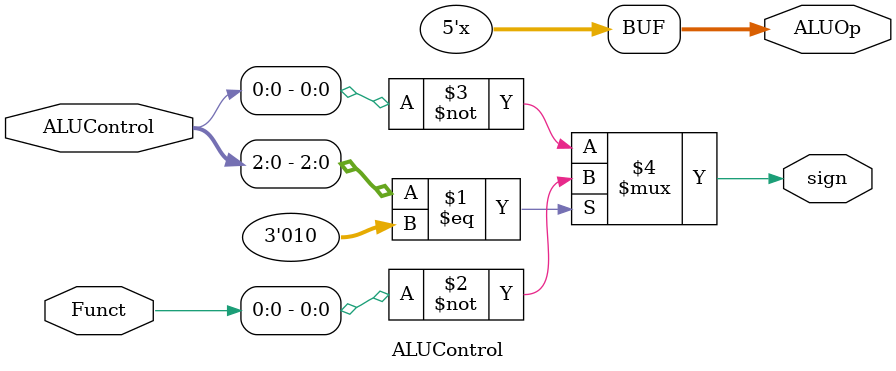
<source format=v>
module ALUControl (ALUControl,
                   Funct,
                   ALUOp,
                   sign);
    input [5:0] Funct;
    input [3:0] ALUControl;
    output reg [4:0] ALUOp;
    output sign;
    
    reg [4:0] ALUCtrl;
    
    assign sign = (ALUControl[2:0] == 3'b010) ? ~Funct[0] : ~ALUControl[0];
    
    // ************************************NOTICE************************************
    // In the following control signals of ALU operations,
    // bits [1:0] denotes the operation executed, 00 for and, 01 for or, 10 for add, 11 for slt,
    // bit [2] denotes whether bnegate is set 1, i.e. whether to use 2's complement as B's input,
    // bit [3] denotes whether A should be inverted,
    // bit [4] denotes whether there is a shift operation involved.
    // ******************************************************************************
    
    parameter andOp = 5'b00000;
    parameter orOp  = 5'b00001;
    parameter addOp = 5'b00010;
    parameter subOp = 5'b00110;
    parameter sltOp = 5'b00111;
    parameter norOp = 5'b01100;
    parameter xorOp = 5'b01101;
    parameter sllOp = 5'b10000;
    parameter srlOp = 5'b11000;
    parameter sraOp = 5'b11001;
    
    always @(*) begin
        casex (ALUControl)
            4'bx010 :
            begin
                casex (Funct)
                    6'b10000x : ALUCtrl <= addOp;
                    6'b10001x : ALUCtrl <= subOp;
                    6'h24 : ALUCtrl     <= andOp;
                    6'h25 : ALUCtrl     <= orOp;
                    6'h26 : ALUCtrl     <= xorOp;
                    6'h27 : ALUCtrl     <= norOp;
                    6'h00 : ALUCtrl     <= sllOp;
                    6'h02 : ALUCtrl     <= srlOp;
                    6'h03 : ALUCtrl     <= sraOp;
                    6'b10101x : ALUCtrl <= sltOp;
                    default: ALUCtrl    <= addOp;
                endcase
            end
            4'bx000 : ALUCtrl <= addOp;
            4'bx001 : ALUCtrl <= subOp;
            4'bx100 : ALUCtrl <= andOp;
            4'bx101 : ALUCtrl <= sltOp;
            default : ALUCtrl <= addOp;
        endcase
        ALUOp <= ALUCtrl;
    end
    
endmodule

</source>
